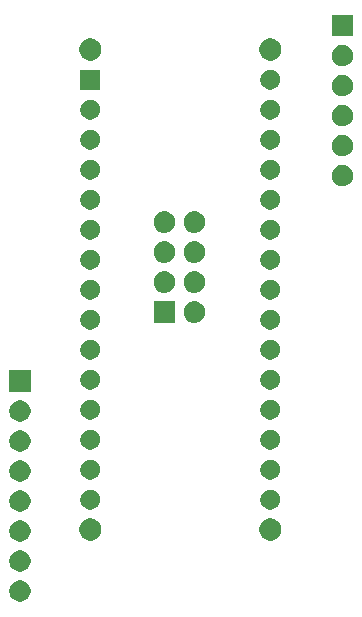
<source format=gbs>
G04 #@! TF.GenerationSoftware,KiCad,Pcbnew,(5.1.5)-3*
G04 #@! TF.CreationDate,2020-04-22T08:10:39-07:00*
G04 #@! TF.ProjectId,Plug_Pass_120V_arduino_shield,506c7567-5f50-4617-9373-5f313230565f,rev?*
G04 #@! TF.SameCoordinates,Original*
G04 #@! TF.FileFunction,Soldermask,Bot*
G04 #@! TF.FilePolarity,Negative*
%FSLAX46Y46*%
G04 Gerber Fmt 4.6, Leading zero omitted, Abs format (unit mm)*
G04 Created by KiCad (PCBNEW (5.1.5)-3) date 2020-04-22 08:10:39*
%MOMM*%
%LPD*%
G04 APERTURE LIST*
%ADD10C,0.100000*%
G04 APERTURE END LIST*
D10*
G36*
X91446214Y-119275817D02*
G01*
X91610149Y-119343721D01*
X91757687Y-119442303D01*
X91883157Y-119567773D01*
X91981739Y-119715311D01*
X92049643Y-119879246D01*
X92084260Y-120053279D01*
X92084260Y-120230721D01*
X92049643Y-120404754D01*
X91981739Y-120568689D01*
X91883157Y-120716227D01*
X91757687Y-120841697D01*
X91610149Y-120940279D01*
X91446214Y-121008183D01*
X91272181Y-121042800D01*
X91094739Y-121042800D01*
X90920706Y-121008183D01*
X90756771Y-120940279D01*
X90609233Y-120841697D01*
X90483763Y-120716227D01*
X90385181Y-120568689D01*
X90317277Y-120404754D01*
X90282660Y-120230721D01*
X90282660Y-120053279D01*
X90317277Y-119879246D01*
X90385181Y-119715311D01*
X90483763Y-119567773D01*
X90609233Y-119442303D01*
X90756771Y-119343721D01*
X90920706Y-119275817D01*
X91094739Y-119241200D01*
X91272181Y-119241200D01*
X91446214Y-119275817D01*
G37*
G36*
X91446214Y-116735817D02*
G01*
X91610149Y-116803721D01*
X91757687Y-116902303D01*
X91883157Y-117027773D01*
X91981739Y-117175311D01*
X92049643Y-117339246D01*
X92084260Y-117513279D01*
X92084260Y-117690721D01*
X92049643Y-117864754D01*
X91981739Y-118028689D01*
X91883157Y-118176227D01*
X91757687Y-118301697D01*
X91610149Y-118400279D01*
X91446214Y-118468183D01*
X91272181Y-118502800D01*
X91094739Y-118502800D01*
X90920706Y-118468183D01*
X90756771Y-118400279D01*
X90609233Y-118301697D01*
X90483763Y-118176227D01*
X90385181Y-118028689D01*
X90317277Y-117864754D01*
X90282660Y-117690721D01*
X90282660Y-117513279D01*
X90317277Y-117339246D01*
X90385181Y-117175311D01*
X90483763Y-117027773D01*
X90609233Y-116902303D01*
X90756771Y-116803721D01*
X90920706Y-116735817D01*
X91094739Y-116701200D01*
X91272181Y-116701200D01*
X91446214Y-116735817D01*
G37*
G36*
X91446214Y-114195817D02*
G01*
X91610149Y-114263721D01*
X91757687Y-114362303D01*
X91883157Y-114487773D01*
X91981739Y-114635311D01*
X92049643Y-114799246D01*
X92084260Y-114973279D01*
X92084260Y-115150721D01*
X92049643Y-115324754D01*
X91981739Y-115488689D01*
X91883157Y-115636227D01*
X91757687Y-115761697D01*
X91610149Y-115860279D01*
X91446214Y-115928183D01*
X91272181Y-115962800D01*
X91094739Y-115962800D01*
X90920706Y-115928183D01*
X90756771Y-115860279D01*
X90609233Y-115761697D01*
X90483763Y-115636227D01*
X90385181Y-115488689D01*
X90317277Y-115324754D01*
X90282660Y-115150721D01*
X90282660Y-114973279D01*
X90317277Y-114799246D01*
X90385181Y-114635311D01*
X90483763Y-114487773D01*
X90609233Y-114362303D01*
X90756771Y-114263721D01*
X90920706Y-114195817D01*
X91094739Y-114161200D01*
X91272181Y-114161200D01*
X91446214Y-114195817D01*
G37*
G36*
X97426881Y-114030355D02*
G01*
X97598096Y-114101274D01*
X97752185Y-114204233D01*
X97883227Y-114335275D01*
X97986186Y-114489364D01*
X98057105Y-114660579D01*
X98093260Y-114842339D01*
X98093260Y-115027661D01*
X98057105Y-115209421D01*
X97986186Y-115380636D01*
X97883227Y-115534725D01*
X97752185Y-115665767D01*
X97598096Y-115768726D01*
X97426881Y-115839645D01*
X97245121Y-115875800D01*
X97059799Y-115875800D01*
X96878039Y-115839645D01*
X96706824Y-115768726D01*
X96552735Y-115665767D01*
X96421693Y-115534725D01*
X96318734Y-115380636D01*
X96247815Y-115209421D01*
X96211660Y-115027661D01*
X96211660Y-114842339D01*
X96247815Y-114660579D01*
X96318734Y-114489364D01*
X96421693Y-114335275D01*
X96552735Y-114204233D01*
X96706824Y-114101274D01*
X96878039Y-114030355D01*
X97059799Y-113994200D01*
X97245121Y-113994200D01*
X97426881Y-114030355D01*
G37*
G36*
X112666881Y-114030355D02*
G01*
X112838096Y-114101274D01*
X112992185Y-114204233D01*
X113123227Y-114335275D01*
X113226186Y-114489364D01*
X113297105Y-114660579D01*
X113333260Y-114842339D01*
X113333260Y-115027661D01*
X113297105Y-115209421D01*
X113226186Y-115380636D01*
X113123227Y-115534725D01*
X112992185Y-115665767D01*
X112838096Y-115768726D01*
X112666881Y-115839645D01*
X112485121Y-115875800D01*
X112299799Y-115875800D01*
X112118039Y-115839645D01*
X111946824Y-115768726D01*
X111792735Y-115665767D01*
X111661693Y-115534725D01*
X111558734Y-115380636D01*
X111487815Y-115209421D01*
X111451660Y-115027661D01*
X111451660Y-114842339D01*
X111487815Y-114660579D01*
X111558734Y-114489364D01*
X111661693Y-114335275D01*
X111792735Y-114204233D01*
X111946824Y-114101274D01*
X112118039Y-114030355D01*
X112299799Y-113994200D01*
X112485121Y-113994200D01*
X112666881Y-114030355D01*
G37*
G36*
X91446214Y-111655817D02*
G01*
X91610149Y-111723721D01*
X91757687Y-111822303D01*
X91883157Y-111947773D01*
X91981739Y-112095311D01*
X92049643Y-112259246D01*
X92084260Y-112433279D01*
X92084260Y-112610721D01*
X92049643Y-112784754D01*
X91981739Y-112948689D01*
X91883157Y-113096227D01*
X91757687Y-113221697D01*
X91610149Y-113320279D01*
X91446214Y-113388183D01*
X91272181Y-113422800D01*
X91094739Y-113422800D01*
X90920706Y-113388183D01*
X90756771Y-113320279D01*
X90609233Y-113221697D01*
X90483763Y-113096227D01*
X90385181Y-112948689D01*
X90317277Y-112784754D01*
X90282660Y-112610721D01*
X90282660Y-112433279D01*
X90317277Y-112259246D01*
X90385181Y-112095311D01*
X90483763Y-111947773D01*
X90609233Y-111822303D01*
X90756771Y-111723721D01*
X90920706Y-111655817D01*
X91094739Y-111621200D01*
X91272181Y-111621200D01*
X91446214Y-111655817D01*
G37*
G36*
X97400629Y-111576895D02*
G01*
X97555465Y-111641031D01*
X97694814Y-111734140D01*
X97813320Y-111852646D01*
X97906429Y-111991995D01*
X97970565Y-112146831D01*
X98003260Y-112311203D01*
X98003260Y-112478797D01*
X97970565Y-112643169D01*
X97906429Y-112798005D01*
X97813320Y-112937354D01*
X97694814Y-113055860D01*
X97555465Y-113148969D01*
X97400629Y-113213105D01*
X97236257Y-113245800D01*
X97068663Y-113245800D01*
X96904291Y-113213105D01*
X96749455Y-113148969D01*
X96610106Y-113055860D01*
X96491600Y-112937354D01*
X96398491Y-112798005D01*
X96334355Y-112643169D01*
X96301660Y-112478797D01*
X96301660Y-112311203D01*
X96334355Y-112146831D01*
X96398491Y-111991995D01*
X96491600Y-111852646D01*
X96610106Y-111734140D01*
X96749455Y-111641031D01*
X96904291Y-111576895D01*
X97068663Y-111544200D01*
X97236257Y-111544200D01*
X97400629Y-111576895D01*
G37*
G36*
X112640629Y-111576895D02*
G01*
X112795465Y-111641031D01*
X112934814Y-111734140D01*
X113053320Y-111852646D01*
X113146429Y-111991995D01*
X113210565Y-112146831D01*
X113243260Y-112311203D01*
X113243260Y-112478797D01*
X113210565Y-112643169D01*
X113146429Y-112798005D01*
X113053320Y-112937354D01*
X112934814Y-113055860D01*
X112795465Y-113148969D01*
X112640629Y-113213105D01*
X112476257Y-113245800D01*
X112308663Y-113245800D01*
X112144291Y-113213105D01*
X111989455Y-113148969D01*
X111850106Y-113055860D01*
X111731600Y-112937354D01*
X111638491Y-112798005D01*
X111574355Y-112643169D01*
X111541660Y-112478797D01*
X111541660Y-112311203D01*
X111574355Y-112146831D01*
X111638491Y-111991995D01*
X111731600Y-111852646D01*
X111850106Y-111734140D01*
X111989455Y-111641031D01*
X112144291Y-111576895D01*
X112308663Y-111544200D01*
X112476257Y-111544200D01*
X112640629Y-111576895D01*
G37*
G36*
X91446214Y-109115817D02*
G01*
X91610149Y-109183721D01*
X91757687Y-109282303D01*
X91883157Y-109407773D01*
X91981739Y-109555311D01*
X92049643Y-109719246D01*
X92084260Y-109893279D01*
X92084260Y-110070721D01*
X92049643Y-110244754D01*
X91981739Y-110408689D01*
X91883157Y-110556227D01*
X91757687Y-110681697D01*
X91610149Y-110780279D01*
X91446214Y-110848183D01*
X91272181Y-110882800D01*
X91094739Y-110882800D01*
X90920706Y-110848183D01*
X90756771Y-110780279D01*
X90609233Y-110681697D01*
X90483763Y-110556227D01*
X90385181Y-110408689D01*
X90317277Y-110244754D01*
X90282660Y-110070721D01*
X90282660Y-109893279D01*
X90317277Y-109719246D01*
X90385181Y-109555311D01*
X90483763Y-109407773D01*
X90609233Y-109282303D01*
X90756771Y-109183721D01*
X90920706Y-109115817D01*
X91094739Y-109081200D01*
X91272181Y-109081200D01*
X91446214Y-109115817D01*
G37*
G36*
X112640629Y-109036895D02*
G01*
X112795465Y-109101031D01*
X112934814Y-109194140D01*
X113053320Y-109312646D01*
X113146429Y-109451995D01*
X113210565Y-109606831D01*
X113243260Y-109771203D01*
X113243260Y-109938797D01*
X113210565Y-110103169D01*
X113146429Y-110258005D01*
X113053320Y-110397354D01*
X112934814Y-110515860D01*
X112795465Y-110608969D01*
X112640629Y-110673105D01*
X112476257Y-110705800D01*
X112308663Y-110705800D01*
X112144291Y-110673105D01*
X111989455Y-110608969D01*
X111850106Y-110515860D01*
X111731600Y-110397354D01*
X111638491Y-110258005D01*
X111574355Y-110103169D01*
X111541660Y-109938797D01*
X111541660Y-109771203D01*
X111574355Y-109606831D01*
X111638491Y-109451995D01*
X111731600Y-109312646D01*
X111850106Y-109194140D01*
X111989455Y-109101031D01*
X112144291Y-109036895D01*
X112308663Y-109004200D01*
X112476257Y-109004200D01*
X112640629Y-109036895D01*
G37*
G36*
X97400629Y-109036895D02*
G01*
X97555465Y-109101031D01*
X97694814Y-109194140D01*
X97813320Y-109312646D01*
X97906429Y-109451995D01*
X97970565Y-109606831D01*
X98003260Y-109771203D01*
X98003260Y-109938797D01*
X97970565Y-110103169D01*
X97906429Y-110258005D01*
X97813320Y-110397354D01*
X97694814Y-110515860D01*
X97555465Y-110608969D01*
X97400629Y-110673105D01*
X97236257Y-110705800D01*
X97068663Y-110705800D01*
X96904291Y-110673105D01*
X96749455Y-110608969D01*
X96610106Y-110515860D01*
X96491600Y-110397354D01*
X96398491Y-110258005D01*
X96334355Y-110103169D01*
X96301660Y-109938797D01*
X96301660Y-109771203D01*
X96334355Y-109606831D01*
X96398491Y-109451995D01*
X96491600Y-109312646D01*
X96610106Y-109194140D01*
X96749455Y-109101031D01*
X96904291Y-109036895D01*
X97068663Y-109004200D01*
X97236257Y-109004200D01*
X97400629Y-109036895D01*
G37*
G36*
X91446214Y-106575817D02*
G01*
X91610149Y-106643721D01*
X91757687Y-106742303D01*
X91883157Y-106867773D01*
X91981739Y-107015311D01*
X92049643Y-107179246D01*
X92084260Y-107353279D01*
X92084260Y-107530721D01*
X92049643Y-107704754D01*
X91981739Y-107868689D01*
X91883157Y-108016227D01*
X91757687Y-108141697D01*
X91610149Y-108240279D01*
X91446214Y-108308183D01*
X91272181Y-108342800D01*
X91094739Y-108342800D01*
X90920706Y-108308183D01*
X90756771Y-108240279D01*
X90609233Y-108141697D01*
X90483763Y-108016227D01*
X90385181Y-107868689D01*
X90317277Y-107704754D01*
X90282660Y-107530721D01*
X90282660Y-107353279D01*
X90317277Y-107179246D01*
X90385181Y-107015311D01*
X90483763Y-106867773D01*
X90609233Y-106742303D01*
X90756771Y-106643721D01*
X90920706Y-106575817D01*
X91094739Y-106541200D01*
X91272181Y-106541200D01*
X91446214Y-106575817D01*
G37*
G36*
X97400629Y-106496895D02*
G01*
X97555465Y-106561031D01*
X97694814Y-106654140D01*
X97813320Y-106772646D01*
X97906429Y-106911995D01*
X97970565Y-107066831D01*
X98003260Y-107231203D01*
X98003260Y-107398797D01*
X97970565Y-107563169D01*
X97906429Y-107718005D01*
X97813320Y-107857354D01*
X97694814Y-107975860D01*
X97555465Y-108068969D01*
X97400629Y-108133105D01*
X97236257Y-108165800D01*
X97068663Y-108165800D01*
X96904291Y-108133105D01*
X96749455Y-108068969D01*
X96610106Y-107975860D01*
X96491600Y-107857354D01*
X96398491Y-107718005D01*
X96334355Y-107563169D01*
X96301660Y-107398797D01*
X96301660Y-107231203D01*
X96334355Y-107066831D01*
X96398491Y-106911995D01*
X96491600Y-106772646D01*
X96610106Y-106654140D01*
X96749455Y-106561031D01*
X96904291Y-106496895D01*
X97068663Y-106464200D01*
X97236257Y-106464200D01*
X97400629Y-106496895D01*
G37*
G36*
X112640629Y-106496895D02*
G01*
X112795465Y-106561031D01*
X112934814Y-106654140D01*
X113053320Y-106772646D01*
X113146429Y-106911995D01*
X113210565Y-107066831D01*
X113243260Y-107231203D01*
X113243260Y-107398797D01*
X113210565Y-107563169D01*
X113146429Y-107718005D01*
X113053320Y-107857354D01*
X112934814Y-107975860D01*
X112795465Y-108068969D01*
X112640629Y-108133105D01*
X112476257Y-108165800D01*
X112308663Y-108165800D01*
X112144291Y-108133105D01*
X111989455Y-108068969D01*
X111850106Y-107975860D01*
X111731600Y-107857354D01*
X111638491Y-107718005D01*
X111574355Y-107563169D01*
X111541660Y-107398797D01*
X111541660Y-107231203D01*
X111574355Y-107066831D01*
X111638491Y-106911995D01*
X111731600Y-106772646D01*
X111850106Y-106654140D01*
X111989455Y-106561031D01*
X112144291Y-106496895D01*
X112308663Y-106464200D01*
X112476257Y-106464200D01*
X112640629Y-106496895D01*
G37*
G36*
X91446214Y-104035817D02*
G01*
X91610149Y-104103721D01*
X91757687Y-104202303D01*
X91883157Y-104327773D01*
X91981739Y-104475311D01*
X92049643Y-104639246D01*
X92084260Y-104813279D01*
X92084260Y-104990721D01*
X92049643Y-105164754D01*
X91981739Y-105328689D01*
X91883157Y-105476227D01*
X91757687Y-105601697D01*
X91610149Y-105700279D01*
X91446214Y-105768183D01*
X91272181Y-105802800D01*
X91094739Y-105802800D01*
X90920706Y-105768183D01*
X90756771Y-105700279D01*
X90609233Y-105601697D01*
X90483763Y-105476227D01*
X90385181Y-105328689D01*
X90317277Y-105164754D01*
X90282660Y-104990721D01*
X90282660Y-104813279D01*
X90317277Y-104639246D01*
X90385181Y-104475311D01*
X90483763Y-104327773D01*
X90609233Y-104202303D01*
X90756771Y-104103721D01*
X90920706Y-104035817D01*
X91094739Y-104001200D01*
X91272181Y-104001200D01*
X91446214Y-104035817D01*
G37*
G36*
X97400629Y-103956895D02*
G01*
X97555465Y-104021031D01*
X97694814Y-104114140D01*
X97813320Y-104232646D01*
X97906429Y-104371995D01*
X97970565Y-104526831D01*
X98003260Y-104691203D01*
X98003260Y-104858797D01*
X97970565Y-105023169D01*
X97906429Y-105178005D01*
X97813320Y-105317354D01*
X97694814Y-105435860D01*
X97555465Y-105528969D01*
X97400629Y-105593105D01*
X97236257Y-105625800D01*
X97068663Y-105625800D01*
X96904291Y-105593105D01*
X96749455Y-105528969D01*
X96610106Y-105435860D01*
X96491600Y-105317354D01*
X96398491Y-105178005D01*
X96334355Y-105023169D01*
X96301660Y-104858797D01*
X96301660Y-104691203D01*
X96334355Y-104526831D01*
X96398491Y-104371995D01*
X96491600Y-104232646D01*
X96610106Y-104114140D01*
X96749455Y-104021031D01*
X96904291Y-103956895D01*
X97068663Y-103924200D01*
X97236257Y-103924200D01*
X97400629Y-103956895D01*
G37*
G36*
X112640629Y-103956895D02*
G01*
X112795465Y-104021031D01*
X112934814Y-104114140D01*
X113053320Y-104232646D01*
X113146429Y-104371995D01*
X113210565Y-104526831D01*
X113243260Y-104691203D01*
X113243260Y-104858797D01*
X113210565Y-105023169D01*
X113146429Y-105178005D01*
X113053320Y-105317354D01*
X112934814Y-105435860D01*
X112795465Y-105528969D01*
X112640629Y-105593105D01*
X112476257Y-105625800D01*
X112308663Y-105625800D01*
X112144291Y-105593105D01*
X111989455Y-105528969D01*
X111850106Y-105435860D01*
X111731600Y-105317354D01*
X111638491Y-105178005D01*
X111574355Y-105023169D01*
X111541660Y-104858797D01*
X111541660Y-104691203D01*
X111574355Y-104526831D01*
X111638491Y-104371995D01*
X111731600Y-104232646D01*
X111850106Y-104114140D01*
X111989455Y-104021031D01*
X112144291Y-103956895D01*
X112308663Y-103924200D01*
X112476257Y-103924200D01*
X112640629Y-103956895D01*
G37*
G36*
X92084260Y-103262800D02*
G01*
X90282660Y-103262800D01*
X90282660Y-101461200D01*
X92084260Y-101461200D01*
X92084260Y-103262800D01*
G37*
G36*
X112640629Y-101416895D02*
G01*
X112795465Y-101481031D01*
X112934814Y-101574140D01*
X113053320Y-101692646D01*
X113146429Y-101831995D01*
X113210565Y-101986831D01*
X113243260Y-102151203D01*
X113243260Y-102318797D01*
X113210565Y-102483169D01*
X113146429Y-102638005D01*
X113053320Y-102777354D01*
X112934814Y-102895860D01*
X112795465Y-102988969D01*
X112640629Y-103053105D01*
X112476257Y-103085800D01*
X112308663Y-103085800D01*
X112144291Y-103053105D01*
X111989455Y-102988969D01*
X111850106Y-102895860D01*
X111731600Y-102777354D01*
X111638491Y-102638005D01*
X111574355Y-102483169D01*
X111541660Y-102318797D01*
X111541660Y-102151203D01*
X111574355Y-101986831D01*
X111638491Y-101831995D01*
X111731600Y-101692646D01*
X111850106Y-101574140D01*
X111989455Y-101481031D01*
X112144291Y-101416895D01*
X112308663Y-101384200D01*
X112476257Y-101384200D01*
X112640629Y-101416895D01*
G37*
G36*
X97400629Y-101416895D02*
G01*
X97555465Y-101481031D01*
X97694814Y-101574140D01*
X97813320Y-101692646D01*
X97906429Y-101831995D01*
X97970565Y-101986831D01*
X98003260Y-102151203D01*
X98003260Y-102318797D01*
X97970565Y-102483169D01*
X97906429Y-102638005D01*
X97813320Y-102777354D01*
X97694814Y-102895860D01*
X97555465Y-102988969D01*
X97400629Y-103053105D01*
X97236257Y-103085800D01*
X97068663Y-103085800D01*
X96904291Y-103053105D01*
X96749455Y-102988969D01*
X96610106Y-102895860D01*
X96491600Y-102777354D01*
X96398491Y-102638005D01*
X96334355Y-102483169D01*
X96301660Y-102318797D01*
X96301660Y-102151203D01*
X96334355Y-101986831D01*
X96398491Y-101831995D01*
X96491600Y-101692646D01*
X96610106Y-101574140D01*
X96749455Y-101481031D01*
X96904291Y-101416895D01*
X97068663Y-101384200D01*
X97236257Y-101384200D01*
X97400629Y-101416895D01*
G37*
G36*
X97400629Y-98876895D02*
G01*
X97555465Y-98941031D01*
X97694814Y-99034140D01*
X97813320Y-99152646D01*
X97906429Y-99291995D01*
X97970565Y-99446831D01*
X98003260Y-99611203D01*
X98003260Y-99778797D01*
X97970565Y-99943169D01*
X97906429Y-100098005D01*
X97813320Y-100237354D01*
X97694814Y-100355860D01*
X97555465Y-100448969D01*
X97400629Y-100513105D01*
X97236257Y-100545800D01*
X97068663Y-100545800D01*
X96904291Y-100513105D01*
X96749455Y-100448969D01*
X96610106Y-100355860D01*
X96491600Y-100237354D01*
X96398491Y-100098005D01*
X96334355Y-99943169D01*
X96301660Y-99778797D01*
X96301660Y-99611203D01*
X96334355Y-99446831D01*
X96398491Y-99291995D01*
X96491600Y-99152646D01*
X96610106Y-99034140D01*
X96749455Y-98941031D01*
X96904291Y-98876895D01*
X97068663Y-98844200D01*
X97236257Y-98844200D01*
X97400629Y-98876895D01*
G37*
G36*
X112640629Y-98876895D02*
G01*
X112795465Y-98941031D01*
X112934814Y-99034140D01*
X113053320Y-99152646D01*
X113146429Y-99291995D01*
X113210565Y-99446831D01*
X113243260Y-99611203D01*
X113243260Y-99778797D01*
X113210565Y-99943169D01*
X113146429Y-100098005D01*
X113053320Y-100237354D01*
X112934814Y-100355860D01*
X112795465Y-100448969D01*
X112640629Y-100513105D01*
X112476257Y-100545800D01*
X112308663Y-100545800D01*
X112144291Y-100513105D01*
X111989455Y-100448969D01*
X111850106Y-100355860D01*
X111731600Y-100237354D01*
X111638491Y-100098005D01*
X111574355Y-99943169D01*
X111541660Y-99778797D01*
X111541660Y-99611203D01*
X111574355Y-99446831D01*
X111638491Y-99291995D01*
X111731600Y-99152646D01*
X111850106Y-99034140D01*
X111989455Y-98941031D01*
X112144291Y-98876895D01*
X112308663Y-98844200D01*
X112476257Y-98844200D01*
X112640629Y-98876895D01*
G37*
G36*
X97400629Y-96336895D02*
G01*
X97555465Y-96401031D01*
X97694814Y-96494140D01*
X97813320Y-96612646D01*
X97906429Y-96751995D01*
X97970565Y-96906831D01*
X98003260Y-97071203D01*
X98003260Y-97238797D01*
X97970565Y-97403169D01*
X97906429Y-97558005D01*
X97813320Y-97697354D01*
X97694814Y-97815860D01*
X97555465Y-97908969D01*
X97400629Y-97973105D01*
X97236257Y-98005800D01*
X97068663Y-98005800D01*
X96904291Y-97973105D01*
X96749455Y-97908969D01*
X96610106Y-97815860D01*
X96491600Y-97697354D01*
X96398491Y-97558005D01*
X96334355Y-97403169D01*
X96301660Y-97238797D01*
X96301660Y-97071203D01*
X96334355Y-96906831D01*
X96398491Y-96751995D01*
X96491600Y-96612646D01*
X96610106Y-96494140D01*
X96749455Y-96401031D01*
X96904291Y-96336895D01*
X97068663Y-96304200D01*
X97236257Y-96304200D01*
X97400629Y-96336895D01*
G37*
G36*
X112640629Y-96336895D02*
G01*
X112795465Y-96401031D01*
X112934814Y-96494140D01*
X113053320Y-96612646D01*
X113146429Y-96751995D01*
X113210565Y-96906831D01*
X113243260Y-97071203D01*
X113243260Y-97238797D01*
X113210565Y-97403169D01*
X113146429Y-97558005D01*
X113053320Y-97697354D01*
X112934814Y-97815860D01*
X112795465Y-97908969D01*
X112640629Y-97973105D01*
X112476257Y-98005800D01*
X112308663Y-98005800D01*
X112144291Y-97973105D01*
X111989455Y-97908969D01*
X111850106Y-97815860D01*
X111731600Y-97697354D01*
X111638491Y-97558005D01*
X111574355Y-97403169D01*
X111541660Y-97238797D01*
X111541660Y-97071203D01*
X111574355Y-96906831D01*
X111638491Y-96751995D01*
X111731600Y-96612646D01*
X111850106Y-96494140D01*
X111989455Y-96401031D01*
X112144291Y-96336895D01*
X112308663Y-96304200D01*
X112476257Y-96304200D01*
X112640629Y-96336895D01*
G37*
G36*
X106137031Y-95623170D02*
G01*
X106225363Y-95640740D01*
X106391771Y-95709669D01*
X106541536Y-95809739D01*
X106668901Y-95937104D01*
X106768971Y-96086869D01*
X106837900Y-96253277D01*
X106837900Y-96253279D01*
X106873040Y-96429939D01*
X106873040Y-96610061D01*
X106855470Y-96698391D01*
X106837900Y-96786723D01*
X106768971Y-96953131D01*
X106668901Y-97102896D01*
X106541536Y-97230261D01*
X106391771Y-97330331D01*
X106225363Y-97399260D01*
X106137031Y-97416830D01*
X106048701Y-97434400D01*
X105868579Y-97434400D01*
X105780249Y-97416830D01*
X105691917Y-97399260D01*
X105525509Y-97330331D01*
X105375744Y-97230261D01*
X105248379Y-97102896D01*
X105148309Y-96953131D01*
X105079380Y-96786723D01*
X105061810Y-96698391D01*
X105044240Y-96610061D01*
X105044240Y-96429939D01*
X105079380Y-96253279D01*
X105079380Y-96253277D01*
X105148309Y-96086869D01*
X105248379Y-95937104D01*
X105375744Y-95809739D01*
X105525509Y-95709669D01*
X105691917Y-95640740D01*
X105780249Y-95623170D01*
X105868579Y-95605600D01*
X106048701Y-95605600D01*
X106137031Y-95623170D01*
G37*
G36*
X104333040Y-97434400D02*
G01*
X102504240Y-97434400D01*
X102504240Y-95605600D01*
X104333040Y-95605600D01*
X104333040Y-97434400D01*
G37*
G36*
X97400629Y-93796895D02*
G01*
X97555465Y-93861031D01*
X97694814Y-93954140D01*
X97813320Y-94072646D01*
X97906429Y-94211995D01*
X97970565Y-94366831D01*
X98003260Y-94531203D01*
X98003260Y-94698797D01*
X97970565Y-94863169D01*
X97906429Y-95018005D01*
X97813320Y-95157354D01*
X97694814Y-95275860D01*
X97555465Y-95368969D01*
X97400629Y-95433105D01*
X97236257Y-95465800D01*
X97068663Y-95465800D01*
X96904291Y-95433105D01*
X96749455Y-95368969D01*
X96610106Y-95275860D01*
X96491600Y-95157354D01*
X96398491Y-95018005D01*
X96334355Y-94863169D01*
X96301660Y-94698797D01*
X96301660Y-94531203D01*
X96334355Y-94366831D01*
X96398491Y-94211995D01*
X96491600Y-94072646D01*
X96610106Y-93954140D01*
X96749455Y-93861031D01*
X96904291Y-93796895D01*
X97068663Y-93764200D01*
X97236257Y-93764200D01*
X97400629Y-93796895D01*
G37*
G36*
X112640629Y-93796895D02*
G01*
X112795465Y-93861031D01*
X112934814Y-93954140D01*
X113053320Y-94072646D01*
X113146429Y-94211995D01*
X113210565Y-94366831D01*
X113243260Y-94531203D01*
X113243260Y-94698797D01*
X113210565Y-94863169D01*
X113146429Y-95018005D01*
X113053320Y-95157354D01*
X112934814Y-95275860D01*
X112795465Y-95368969D01*
X112640629Y-95433105D01*
X112476257Y-95465800D01*
X112308663Y-95465800D01*
X112144291Y-95433105D01*
X111989455Y-95368969D01*
X111850106Y-95275860D01*
X111731600Y-95157354D01*
X111638491Y-95018005D01*
X111574355Y-94863169D01*
X111541660Y-94698797D01*
X111541660Y-94531203D01*
X111574355Y-94366831D01*
X111638491Y-94211995D01*
X111731600Y-94072646D01*
X111850106Y-93954140D01*
X111989455Y-93861031D01*
X112144291Y-93796895D01*
X112308663Y-93764200D01*
X112476257Y-93764200D01*
X112640629Y-93796895D01*
G37*
G36*
X103597031Y-93083170D02*
G01*
X103685363Y-93100740D01*
X103851771Y-93169669D01*
X104001536Y-93269739D01*
X104128901Y-93397104D01*
X104228971Y-93546869D01*
X104297900Y-93713277D01*
X104297900Y-93713279D01*
X104333040Y-93889939D01*
X104333040Y-94070061D01*
X104315470Y-94158391D01*
X104297900Y-94246723D01*
X104228971Y-94413131D01*
X104128901Y-94562896D01*
X104001536Y-94690261D01*
X103851771Y-94790331D01*
X103685363Y-94859260D01*
X103597031Y-94876830D01*
X103508701Y-94894400D01*
X103328579Y-94894400D01*
X103240249Y-94876830D01*
X103151917Y-94859260D01*
X102985509Y-94790331D01*
X102835744Y-94690261D01*
X102708379Y-94562896D01*
X102608309Y-94413131D01*
X102539380Y-94246723D01*
X102521810Y-94158391D01*
X102504240Y-94070061D01*
X102504240Y-93889939D01*
X102539380Y-93713279D01*
X102539380Y-93713277D01*
X102608309Y-93546869D01*
X102708379Y-93397104D01*
X102835744Y-93269739D01*
X102985509Y-93169669D01*
X103151917Y-93100740D01*
X103240249Y-93083170D01*
X103328579Y-93065600D01*
X103508701Y-93065600D01*
X103597031Y-93083170D01*
G37*
G36*
X106137031Y-93083170D02*
G01*
X106225363Y-93100740D01*
X106391771Y-93169669D01*
X106541536Y-93269739D01*
X106668901Y-93397104D01*
X106768971Y-93546869D01*
X106837900Y-93713277D01*
X106837900Y-93713279D01*
X106873040Y-93889939D01*
X106873040Y-94070061D01*
X106855470Y-94158391D01*
X106837900Y-94246723D01*
X106768971Y-94413131D01*
X106668901Y-94562896D01*
X106541536Y-94690261D01*
X106391771Y-94790331D01*
X106225363Y-94859260D01*
X106137031Y-94876830D01*
X106048701Y-94894400D01*
X105868579Y-94894400D01*
X105780249Y-94876830D01*
X105691917Y-94859260D01*
X105525509Y-94790331D01*
X105375744Y-94690261D01*
X105248379Y-94562896D01*
X105148309Y-94413131D01*
X105079380Y-94246723D01*
X105061810Y-94158391D01*
X105044240Y-94070061D01*
X105044240Y-93889939D01*
X105079380Y-93713279D01*
X105079380Y-93713277D01*
X105148309Y-93546869D01*
X105248379Y-93397104D01*
X105375744Y-93269739D01*
X105525509Y-93169669D01*
X105691917Y-93100740D01*
X105780249Y-93083170D01*
X105868579Y-93065600D01*
X106048701Y-93065600D01*
X106137031Y-93083170D01*
G37*
G36*
X112640629Y-91256895D02*
G01*
X112795465Y-91321031D01*
X112934814Y-91414140D01*
X113053320Y-91532646D01*
X113146429Y-91671995D01*
X113210565Y-91826831D01*
X113243260Y-91991203D01*
X113243260Y-92158797D01*
X113210565Y-92323169D01*
X113146429Y-92478005D01*
X113053320Y-92617354D01*
X112934814Y-92735860D01*
X112795465Y-92828969D01*
X112640629Y-92893105D01*
X112476257Y-92925800D01*
X112308663Y-92925800D01*
X112144291Y-92893105D01*
X111989455Y-92828969D01*
X111850106Y-92735860D01*
X111731600Y-92617354D01*
X111638491Y-92478005D01*
X111574355Y-92323169D01*
X111541660Y-92158797D01*
X111541660Y-91991203D01*
X111574355Y-91826831D01*
X111638491Y-91671995D01*
X111731600Y-91532646D01*
X111850106Y-91414140D01*
X111989455Y-91321031D01*
X112144291Y-91256895D01*
X112308663Y-91224200D01*
X112476257Y-91224200D01*
X112640629Y-91256895D01*
G37*
G36*
X97400629Y-91256895D02*
G01*
X97555465Y-91321031D01*
X97694814Y-91414140D01*
X97813320Y-91532646D01*
X97906429Y-91671995D01*
X97970565Y-91826831D01*
X98003260Y-91991203D01*
X98003260Y-92158797D01*
X97970565Y-92323169D01*
X97906429Y-92478005D01*
X97813320Y-92617354D01*
X97694814Y-92735860D01*
X97555465Y-92828969D01*
X97400629Y-92893105D01*
X97236257Y-92925800D01*
X97068663Y-92925800D01*
X96904291Y-92893105D01*
X96749455Y-92828969D01*
X96610106Y-92735860D01*
X96491600Y-92617354D01*
X96398491Y-92478005D01*
X96334355Y-92323169D01*
X96301660Y-92158797D01*
X96301660Y-91991203D01*
X96334355Y-91826831D01*
X96398491Y-91671995D01*
X96491600Y-91532646D01*
X96610106Y-91414140D01*
X96749455Y-91321031D01*
X96904291Y-91256895D01*
X97068663Y-91224200D01*
X97236257Y-91224200D01*
X97400629Y-91256895D01*
G37*
G36*
X106137031Y-90543170D02*
G01*
X106225363Y-90560740D01*
X106391771Y-90629669D01*
X106541536Y-90729739D01*
X106668901Y-90857104D01*
X106768971Y-91006869D01*
X106837900Y-91173277D01*
X106837900Y-91173279D01*
X106873040Y-91349939D01*
X106873040Y-91530061D01*
X106855470Y-91618391D01*
X106837900Y-91706723D01*
X106768971Y-91873131D01*
X106668901Y-92022896D01*
X106541536Y-92150261D01*
X106391771Y-92250331D01*
X106225363Y-92319260D01*
X106137031Y-92336830D01*
X106048701Y-92354400D01*
X105868579Y-92354400D01*
X105780249Y-92336830D01*
X105691917Y-92319260D01*
X105525509Y-92250331D01*
X105375744Y-92150261D01*
X105248379Y-92022896D01*
X105148309Y-91873131D01*
X105079380Y-91706723D01*
X105061810Y-91618391D01*
X105044240Y-91530061D01*
X105044240Y-91349939D01*
X105079380Y-91173279D01*
X105079380Y-91173277D01*
X105148309Y-91006869D01*
X105248379Y-90857104D01*
X105375744Y-90729739D01*
X105525509Y-90629669D01*
X105691917Y-90560740D01*
X105780249Y-90543170D01*
X105868579Y-90525600D01*
X106048701Y-90525600D01*
X106137031Y-90543170D01*
G37*
G36*
X103597031Y-90543170D02*
G01*
X103685363Y-90560740D01*
X103851771Y-90629669D01*
X104001536Y-90729739D01*
X104128901Y-90857104D01*
X104228971Y-91006869D01*
X104297900Y-91173277D01*
X104297900Y-91173279D01*
X104333040Y-91349939D01*
X104333040Y-91530061D01*
X104315470Y-91618391D01*
X104297900Y-91706723D01*
X104228971Y-91873131D01*
X104128901Y-92022896D01*
X104001536Y-92150261D01*
X103851771Y-92250331D01*
X103685363Y-92319260D01*
X103597031Y-92336830D01*
X103508701Y-92354400D01*
X103328579Y-92354400D01*
X103240249Y-92336830D01*
X103151917Y-92319260D01*
X102985509Y-92250331D01*
X102835744Y-92150261D01*
X102708379Y-92022896D01*
X102608309Y-91873131D01*
X102539380Y-91706723D01*
X102521810Y-91618391D01*
X102504240Y-91530061D01*
X102504240Y-91349939D01*
X102539380Y-91173279D01*
X102539380Y-91173277D01*
X102608309Y-91006869D01*
X102708379Y-90857104D01*
X102835744Y-90729739D01*
X102985509Y-90629669D01*
X103151917Y-90560740D01*
X103240249Y-90543170D01*
X103328579Y-90525600D01*
X103508701Y-90525600D01*
X103597031Y-90543170D01*
G37*
G36*
X97400629Y-88716895D02*
G01*
X97555465Y-88781031D01*
X97694814Y-88874140D01*
X97813320Y-88992646D01*
X97906429Y-89131995D01*
X97970565Y-89286831D01*
X98003260Y-89451203D01*
X98003260Y-89618797D01*
X97970565Y-89783169D01*
X97906429Y-89938005D01*
X97813320Y-90077354D01*
X97694814Y-90195860D01*
X97555465Y-90288969D01*
X97400629Y-90353105D01*
X97236257Y-90385800D01*
X97068663Y-90385800D01*
X96904291Y-90353105D01*
X96749455Y-90288969D01*
X96610106Y-90195860D01*
X96491600Y-90077354D01*
X96398491Y-89938005D01*
X96334355Y-89783169D01*
X96301660Y-89618797D01*
X96301660Y-89451203D01*
X96334355Y-89286831D01*
X96398491Y-89131995D01*
X96491600Y-88992646D01*
X96610106Y-88874140D01*
X96749455Y-88781031D01*
X96904291Y-88716895D01*
X97068663Y-88684200D01*
X97236257Y-88684200D01*
X97400629Y-88716895D01*
G37*
G36*
X112640629Y-88716895D02*
G01*
X112795465Y-88781031D01*
X112934814Y-88874140D01*
X113053320Y-88992646D01*
X113146429Y-89131995D01*
X113210565Y-89286831D01*
X113243260Y-89451203D01*
X113243260Y-89618797D01*
X113210565Y-89783169D01*
X113146429Y-89938005D01*
X113053320Y-90077354D01*
X112934814Y-90195860D01*
X112795465Y-90288969D01*
X112640629Y-90353105D01*
X112476257Y-90385800D01*
X112308663Y-90385800D01*
X112144291Y-90353105D01*
X111989455Y-90288969D01*
X111850106Y-90195860D01*
X111731600Y-90077354D01*
X111638491Y-89938005D01*
X111574355Y-89783169D01*
X111541660Y-89618797D01*
X111541660Y-89451203D01*
X111574355Y-89286831D01*
X111638491Y-89131995D01*
X111731600Y-88992646D01*
X111850106Y-88874140D01*
X111989455Y-88781031D01*
X112144291Y-88716895D01*
X112308663Y-88684200D01*
X112476257Y-88684200D01*
X112640629Y-88716895D01*
G37*
G36*
X103597031Y-88003170D02*
G01*
X103685363Y-88020740D01*
X103851771Y-88089669D01*
X104001536Y-88189739D01*
X104128901Y-88317104D01*
X104228971Y-88466869D01*
X104297900Y-88633277D01*
X104297900Y-88633279D01*
X104333040Y-88809939D01*
X104333040Y-88990061D01*
X104315470Y-89078391D01*
X104297900Y-89166723D01*
X104228971Y-89333131D01*
X104128901Y-89482896D01*
X104001536Y-89610261D01*
X103851771Y-89710331D01*
X103685363Y-89779260D01*
X103597031Y-89796830D01*
X103508701Y-89814400D01*
X103328579Y-89814400D01*
X103240249Y-89796830D01*
X103151917Y-89779260D01*
X102985509Y-89710331D01*
X102835744Y-89610261D01*
X102708379Y-89482896D01*
X102608309Y-89333131D01*
X102539380Y-89166723D01*
X102521810Y-89078391D01*
X102504240Y-88990061D01*
X102504240Y-88809939D01*
X102539380Y-88633279D01*
X102539380Y-88633277D01*
X102608309Y-88466869D01*
X102708379Y-88317104D01*
X102835744Y-88189739D01*
X102985509Y-88089669D01*
X103151917Y-88020740D01*
X103240249Y-88003170D01*
X103328579Y-87985600D01*
X103508701Y-87985600D01*
X103597031Y-88003170D01*
G37*
G36*
X106137031Y-88003170D02*
G01*
X106225363Y-88020740D01*
X106391771Y-88089669D01*
X106541536Y-88189739D01*
X106668901Y-88317104D01*
X106768971Y-88466869D01*
X106837900Y-88633277D01*
X106837900Y-88633279D01*
X106873040Y-88809939D01*
X106873040Y-88990061D01*
X106855470Y-89078391D01*
X106837900Y-89166723D01*
X106768971Y-89333131D01*
X106668901Y-89482896D01*
X106541536Y-89610261D01*
X106391771Y-89710331D01*
X106225363Y-89779260D01*
X106137031Y-89796830D01*
X106048701Y-89814400D01*
X105868579Y-89814400D01*
X105780249Y-89796830D01*
X105691917Y-89779260D01*
X105525509Y-89710331D01*
X105375744Y-89610261D01*
X105248379Y-89482896D01*
X105148309Y-89333131D01*
X105079380Y-89166723D01*
X105061810Y-89078391D01*
X105044240Y-88990061D01*
X105044240Y-88809939D01*
X105079380Y-88633279D01*
X105079380Y-88633277D01*
X105148309Y-88466869D01*
X105248379Y-88317104D01*
X105375744Y-88189739D01*
X105525509Y-88089669D01*
X105691917Y-88020740D01*
X105780249Y-88003170D01*
X105868579Y-87985600D01*
X106048701Y-87985600D01*
X106137031Y-88003170D01*
G37*
G36*
X112640629Y-86176895D02*
G01*
X112795465Y-86241031D01*
X112934814Y-86334140D01*
X113053320Y-86452646D01*
X113146429Y-86591995D01*
X113210565Y-86746831D01*
X113243260Y-86911203D01*
X113243260Y-87078797D01*
X113210565Y-87243169D01*
X113146429Y-87398005D01*
X113053320Y-87537354D01*
X112934814Y-87655860D01*
X112795465Y-87748969D01*
X112640629Y-87813105D01*
X112476257Y-87845800D01*
X112308663Y-87845800D01*
X112144291Y-87813105D01*
X111989455Y-87748969D01*
X111850106Y-87655860D01*
X111731600Y-87537354D01*
X111638491Y-87398005D01*
X111574355Y-87243169D01*
X111541660Y-87078797D01*
X111541660Y-86911203D01*
X111574355Y-86746831D01*
X111638491Y-86591995D01*
X111731600Y-86452646D01*
X111850106Y-86334140D01*
X111989455Y-86241031D01*
X112144291Y-86176895D01*
X112308663Y-86144200D01*
X112476257Y-86144200D01*
X112640629Y-86176895D01*
G37*
G36*
X97400629Y-86176895D02*
G01*
X97555465Y-86241031D01*
X97694814Y-86334140D01*
X97813320Y-86452646D01*
X97906429Y-86591995D01*
X97970565Y-86746831D01*
X98003260Y-86911203D01*
X98003260Y-87078797D01*
X97970565Y-87243169D01*
X97906429Y-87398005D01*
X97813320Y-87537354D01*
X97694814Y-87655860D01*
X97555465Y-87748969D01*
X97400629Y-87813105D01*
X97236257Y-87845800D01*
X97068663Y-87845800D01*
X96904291Y-87813105D01*
X96749455Y-87748969D01*
X96610106Y-87655860D01*
X96491600Y-87537354D01*
X96398491Y-87398005D01*
X96334355Y-87243169D01*
X96301660Y-87078797D01*
X96301660Y-86911203D01*
X96334355Y-86746831D01*
X96398491Y-86591995D01*
X96491600Y-86452646D01*
X96610106Y-86334140D01*
X96749455Y-86241031D01*
X96904291Y-86176895D01*
X97068663Y-86144200D01*
X97236257Y-86144200D01*
X97400629Y-86176895D01*
G37*
G36*
X118751214Y-84096817D02*
G01*
X118915149Y-84164721D01*
X119062687Y-84263303D01*
X119188157Y-84388773D01*
X119286739Y-84536311D01*
X119354643Y-84700246D01*
X119389260Y-84874279D01*
X119389260Y-85051721D01*
X119354643Y-85225754D01*
X119286739Y-85389689D01*
X119188157Y-85537227D01*
X119062687Y-85662697D01*
X118915149Y-85761279D01*
X118751214Y-85829183D01*
X118577181Y-85863800D01*
X118399739Y-85863800D01*
X118225706Y-85829183D01*
X118061771Y-85761279D01*
X117914233Y-85662697D01*
X117788763Y-85537227D01*
X117690181Y-85389689D01*
X117622277Y-85225754D01*
X117587660Y-85051721D01*
X117587660Y-84874279D01*
X117622277Y-84700246D01*
X117690181Y-84536311D01*
X117788763Y-84388773D01*
X117914233Y-84263303D01*
X118061771Y-84164721D01*
X118225706Y-84096817D01*
X118399739Y-84062200D01*
X118577181Y-84062200D01*
X118751214Y-84096817D01*
G37*
G36*
X97400629Y-83636895D02*
G01*
X97555465Y-83701031D01*
X97694814Y-83794140D01*
X97813320Y-83912646D01*
X97906429Y-84051995D01*
X97970565Y-84206831D01*
X98003260Y-84371203D01*
X98003260Y-84538797D01*
X97970565Y-84703169D01*
X97906429Y-84858005D01*
X97813320Y-84997354D01*
X97694814Y-85115860D01*
X97555465Y-85208969D01*
X97400629Y-85273105D01*
X97236257Y-85305800D01*
X97068663Y-85305800D01*
X96904291Y-85273105D01*
X96749455Y-85208969D01*
X96610106Y-85115860D01*
X96491600Y-84997354D01*
X96398491Y-84858005D01*
X96334355Y-84703169D01*
X96301660Y-84538797D01*
X96301660Y-84371203D01*
X96334355Y-84206831D01*
X96398491Y-84051995D01*
X96491600Y-83912646D01*
X96610106Y-83794140D01*
X96749455Y-83701031D01*
X96904291Y-83636895D01*
X97068663Y-83604200D01*
X97236257Y-83604200D01*
X97400629Y-83636895D01*
G37*
G36*
X112640629Y-83636895D02*
G01*
X112795465Y-83701031D01*
X112934814Y-83794140D01*
X113053320Y-83912646D01*
X113146429Y-84051995D01*
X113210565Y-84206831D01*
X113243260Y-84371203D01*
X113243260Y-84538797D01*
X113210565Y-84703169D01*
X113146429Y-84858005D01*
X113053320Y-84997354D01*
X112934814Y-85115860D01*
X112795465Y-85208969D01*
X112640629Y-85273105D01*
X112476257Y-85305800D01*
X112308663Y-85305800D01*
X112144291Y-85273105D01*
X111989455Y-85208969D01*
X111850106Y-85115860D01*
X111731600Y-84997354D01*
X111638491Y-84858005D01*
X111574355Y-84703169D01*
X111541660Y-84538797D01*
X111541660Y-84371203D01*
X111574355Y-84206831D01*
X111638491Y-84051995D01*
X111731600Y-83912646D01*
X111850106Y-83794140D01*
X111989455Y-83701031D01*
X112144291Y-83636895D01*
X112308663Y-83604200D01*
X112476257Y-83604200D01*
X112640629Y-83636895D01*
G37*
G36*
X118751214Y-81556817D02*
G01*
X118915149Y-81624721D01*
X119062687Y-81723303D01*
X119188157Y-81848773D01*
X119286739Y-81996311D01*
X119354643Y-82160246D01*
X119389260Y-82334279D01*
X119389260Y-82511721D01*
X119354643Y-82685754D01*
X119286739Y-82849689D01*
X119188157Y-82997227D01*
X119062687Y-83122697D01*
X118915149Y-83221279D01*
X118751214Y-83289183D01*
X118577181Y-83323800D01*
X118399739Y-83323800D01*
X118225706Y-83289183D01*
X118061771Y-83221279D01*
X117914233Y-83122697D01*
X117788763Y-82997227D01*
X117690181Y-82849689D01*
X117622277Y-82685754D01*
X117587660Y-82511721D01*
X117587660Y-82334279D01*
X117622277Y-82160246D01*
X117690181Y-81996311D01*
X117788763Y-81848773D01*
X117914233Y-81723303D01*
X118061771Y-81624721D01*
X118225706Y-81556817D01*
X118399739Y-81522200D01*
X118577181Y-81522200D01*
X118751214Y-81556817D01*
G37*
G36*
X112640629Y-81096895D02*
G01*
X112795465Y-81161031D01*
X112934814Y-81254140D01*
X113053320Y-81372646D01*
X113146429Y-81511995D01*
X113210565Y-81666831D01*
X113243260Y-81831203D01*
X113243260Y-81998797D01*
X113210565Y-82163169D01*
X113146429Y-82318005D01*
X113053320Y-82457354D01*
X112934814Y-82575860D01*
X112795465Y-82668969D01*
X112640629Y-82733105D01*
X112476257Y-82765800D01*
X112308663Y-82765800D01*
X112144291Y-82733105D01*
X111989455Y-82668969D01*
X111850106Y-82575860D01*
X111731600Y-82457354D01*
X111638491Y-82318005D01*
X111574355Y-82163169D01*
X111541660Y-81998797D01*
X111541660Y-81831203D01*
X111574355Y-81666831D01*
X111638491Y-81511995D01*
X111731600Y-81372646D01*
X111850106Y-81254140D01*
X111989455Y-81161031D01*
X112144291Y-81096895D01*
X112308663Y-81064200D01*
X112476257Y-81064200D01*
X112640629Y-81096895D01*
G37*
G36*
X97400629Y-81096895D02*
G01*
X97555465Y-81161031D01*
X97694814Y-81254140D01*
X97813320Y-81372646D01*
X97906429Y-81511995D01*
X97970565Y-81666831D01*
X98003260Y-81831203D01*
X98003260Y-81998797D01*
X97970565Y-82163169D01*
X97906429Y-82318005D01*
X97813320Y-82457354D01*
X97694814Y-82575860D01*
X97555465Y-82668969D01*
X97400629Y-82733105D01*
X97236257Y-82765800D01*
X97068663Y-82765800D01*
X96904291Y-82733105D01*
X96749455Y-82668969D01*
X96610106Y-82575860D01*
X96491600Y-82457354D01*
X96398491Y-82318005D01*
X96334355Y-82163169D01*
X96301660Y-81998797D01*
X96301660Y-81831203D01*
X96334355Y-81666831D01*
X96398491Y-81511995D01*
X96491600Y-81372646D01*
X96610106Y-81254140D01*
X96749455Y-81161031D01*
X96904291Y-81096895D01*
X97068663Y-81064200D01*
X97236257Y-81064200D01*
X97400629Y-81096895D01*
G37*
G36*
X118751214Y-79016817D02*
G01*
X118915149Y-79084721D01*
X119062687Y-79183303D01*
X119188157Y-79308773D01*
X119286739Y-79456311D01*
X119354643Y-79620246D01*
X119389260Y-79794279D01*
X119389260Y-79971721D01*
X119354643Y-80145754D01*
X119286739Y-80309689D01*
X119188157Y-80457227D01*
X119062687Y-80582697D01*
X118915149Y-80681279D01*
X118751214Y-80749183D01*
X118577181Y-80783800D01*
X118399739Y-80783800D01*
X118225706Y-80749183D01*
X118061771Y-80681279D01*
X117914233Y-80582697D01*
X117788763Y-80457227D01*
X117690181Y-80309689D01*
X117622277Y-80145754D01*
X117587660Y-79971721D01*
X117587660Y-79794279D01*
X117622277Y-79620246D01*
X117690181Y-79456311D01*
X117788763Y-79308773D01*
X117914233Y-79183303D01*
X118061771Y-79084721D01*
X118225706Y-79016817D01*
X118399739Y-78982200D01*
X118577181Y-78982200D01*
X118751214Y-79016817D01*
G37*
G36*
X97400629Y-78556895D02*
G01*
X97555465Y-78621031D01*
X97694814Y-78714140D01*
X97813320Y-78832646D01*
X97906429Y-78971995D01*
X97970565Y-79126831D01*
X98003260Y-79291203D01*
X98003260Y-79458797D01*
X97970565Y-79623169D01*
X97906429Y-79778005D01*
X97813320Y-79917354D01*
X97694814Y-80035860D01*
X97555465Y-80128969D01*
X97400629Y-80193105D01*
X97236257Y-80225800D01*
X97068663Y-80225800D01*
X96904291Y-80193105D01*
X96749455Y-80128969D01*
X96610106Y-80035860D01*
X96491600Y-79917354D01*
X96398491Y-79778005D01*
X96334355Y-79623169D01*
X96301660Y-79458797D01*
X96301660Y-79291203D01*
X96334355Y-79126831D01*
X96398491Y-78971995D01*
X96491600Y-78832646D01*
X96610106Y-78714140D01*
X96749455Y-78621031D01*
X96904291Y-78556895D01*
X97068663Y-78524200D01*
X97236257Y-78524200D01*
X97400629Y-78556895D01*
G37*
G36*
X112640629Y-78556895D02*
G01*
X112795465Y-78621031D01*
X112934814Y-78714140D01*
X113053320Y-78832646D01*
X113146429Y-78971995D01*
X113210565Y-79126831D01*
X113243260Y-79291203D01*
X113243260Y-79458797D01*
X113210565Y-79623169D01*
X113146429Y-79778005D01*
X113053320Y-79917354D01*
X112934814Y-80035860D01*
X112795465Y-80128969D01*
X112640629Y-80193105D01*
X112476257Y-80225800D01*
X112308663Y-80225800D01*
X112144291Y-80193105D01*
X111989455Y-80128969D01*
X111850106Y-80035860D01*
X111731600Y-79917354D01*
X111638491Y-79778005D01*
X111574355Y-79623169D01*
X111541660Y-79458797D01*
X111541660Y-79291203D01*
X111574355Y-79126831D01*
X111638491Y-78971995D01*
X111731600Y-78832646D01*
X111850106Y-78714140D01*
X111989455Y-78621031D01*
X112144291Y-78556895D01*
X112308663Y-78524200D01*
X112476257Y-78524200D01*
X112640629Y-78556895D01*
G37*
G36*
X118751214Y-76476817D02*
G01*
X118915149Y-76544721D01*
X119062687Y-76643303D01*
X119188157Y-76768773D01*
X119286739Y-76916311D01*
X119354643Y-77080246D01*
X119389260Y-77254279D01*
X119389260Y-77431721D01*
X119354643Y-77605754D01*
X119286739Y-77769689D01*
X119188157Y-77917227D01*
X119062687Y-78042697D01*
X118915149Y-78141279D01*
X118751214Y-78209183D01*
X118577181Y-78243800D01*
X118399739Y-78243800D01*
X118225706Y-78209183D01*
X118061771Y-78141279D01*
X117914233Y-78042697D01*
X117788763Y-77917227D01*
X117690181Y-77769689D01*
X117622277Y-77605754D01*
X117587660Y-77431721D01*
X117587660Y-77254279D01*
X117622277Y-77080246D01*
X117690181Y-76916311D01*
X117788763Y-76768773D01*
X117914233Y-76643303D01*
X118061771Y-76544721D01*
X118225706Y-76476817D01*
X118399739Y-76442200D01*
X118577181Y-76442200D01*
X118751214Y-76476817D01*
G37*
G36*
X112640629Y-76016895D02*
G01*
X112795465Y-76081031D01*
X112934814Y-76174140D01*
X113053320Y-76292646D01*
X113146429Y-76431995D01*
X113210565Y-76586831D01*
X113243260Y-76751203D01*
X113243260Y-76918797D01*
X113210565Y-77083169D01*
X113146429Y-77238005D01*
X113053320Y-77377354D01*
X112934814Y-77495860D01*
X112795465Y-77588969D01*
X112640629Y-77653105D01*
X112476257Y-77685800D01*
X112308663Y-77685800D01*
X112144291Y-77653105D01*
X111989455Y-77588969D01*
X111850106Y-77495860D01*
X111731600Y-77377354D01*
X111638491Y-77238005D01*
X111574355Y-77083169D01*
X111541660Y-76918797D01*
X111541660Y-76751203D01*
X111574355Y-76586831D01*
X111638491Y-76431995D01*
X111731600Y-76292646D01*
X111850106Y-76174140D01*
X111989455Y-76081031D01*
X112144291Y-76016895D01*
X112308663Y-75984200D01*
X112476257Y-75984200D01*
X112640629Y-76016895D01*
G37*
G36*
X98003260Y-77685800D02*
G01*
X96301660Y-77685800D01*
X96301660Y-75984200D01*
X98003260Y-75984200D01*
X98003260Y-77685800D01*
G37*
G36*
X118751214Y-73936817D02*
G01*
X118915149Y-74004721D01*
X119062687Y-74103303D01*
X119188157Y-74228773D01*
X119286739Y-74376311D01*
X119354643Y-74540246D01*
X119389260Y-74714279D01*
X119389260Y-74891721D01*
X119354643Y-75065754D01*
X119286739Y-75229689D01*
X119188157Y-75377227D01*
X119062687Y-75502697D01*
X118915149Y-75601279D01*
X118751214Y-75669183D01*
X118577181Y-75703800D01*
X118399739Y-75703800D01*
X118225706Y-75669183D01*
X118061771Y-75601279D01*
X117914233Y-75502697D01*
X117788763Y-75377227D01*
X117690181Y-75229689D01*
X117622277Y-75065754D01*
X117587660Y-74891721D01*
X117587660Y-74714279D01*
X117622277Y-74540246D01*
X117690181Y-74376311D01*
X117788763Y-74228773D01*
X117914233Y-74103303D01*
X118061771Y-74004721D01*
X118225706Y-73936817D01*
X118399739Y-73902200D01*
X118577181Y-73902200D01*
X118751214Y-73936817D01*
G37*
G36*
X97426881Y-73390355D02*
G01*
X97598096Y-73461274D01*
X97752185Y-73564233D01*
X97883227Y-73695275D01*
X97986186Y-73849364D01*
X98057105Y-74020579D01*
X98093260Y-74202339D01*
X98093260Y-74387661D01*
X98057105Y-74569421D01*
X97986186Y-74740636D01*
X97883227Y-74894725D01*
X97752185Y-75025767D01*
X97598096Y-75128726D01*
X97426881Y-75199645D01*
X97245121Y-75235800D01*
X97059799Y-75235800D01*
X96878039Y-75199645D01*
X96706824Y-75128726D01*
X96552735Y-75025767D01*
X96421693Y-74894725D01*
X96318734Y-74740636D01*
X96247815Y-74569421D01*
X96211660Y-74387661D01*
X96211660Y-74202339D01*
X96247815Y-74020579D01*
X96318734Y-73849364D01*
X96421693Y-73695275D01*
X96552735Y-73564233D01*
X96706824Y-73461274D01*
X96878039Y-73390355D01*
X97059799Y-73354200D01*
X97245121Y-73354200D01*
X97426881Y-73390355D01*
G37*
G36*
X112666881Y-73390355D02*
G01*
X112838096Y-73461274D01*
X112992185Y-73564233D01*
X113123227Y-73695275D01*
X113226186Y-73849364D01*
X113297105Y-74020579D01*
X113333260Y-74202339D01*
X113333260Y-74387661D01*
X113297105Y-74569421D01*
X113226186Y-74740636D01*
X113123227Y-74894725D01*
X112992185Y-75025767D01*
X112838096Y-75128726D01*
X112666881Y-75199645D01*
X112485121Y-75235800D01*
X112299799Y-75235800D01*
X112118039Y-75199645D01*
X111946824Y-75128726D01*
X111792735Y-75025767D01*
X111661693Y-74894725D01*
X111558734Y-74740636D01*
X111487815Y-74569421D01*
X111451660Y-74387661D01*
X111451660Y-74202339D01*
X111487815Y-74020579D01*
X111558734Y-73849364D01*
X111661693Y-73695275D01*
X111792735Y-73564233D01*
X111946824Y-73461274D01*
X112118039Y-73390355D01*
X112299799Y-73354200D01*
X112485121Y-73354200D01*
X112666881Y-73390355D01*
G37*
G36*
X119389260Y-73163800D02*
G01*
X117587660Y-73163800D01*
X117587660Y-71362200D01*
X119389260Y-71362200D01*
X119389260Y-73163800D01*
G37*
M02*

</source>
